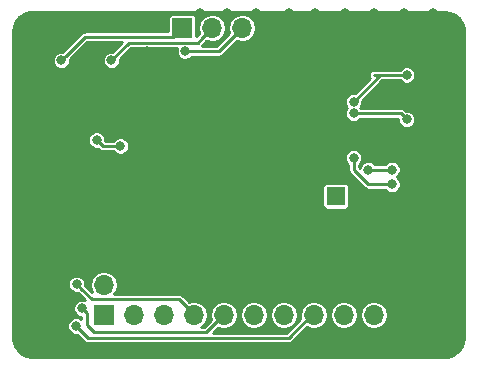
<source format=gbl>
G04 #@! TF.GenerationSoftware,KiCad,Pcbnew,(5.0.0)*
G04 #@! TF.CreationDate,2019-01-18T23:40:16+01:00*
G04 #@! TF.ProjectId,converterboard,636F6E766572746572626F6172642E6B,rev?*
G04 #@! TF.SameCoordinates,Original*
G04 #@! TF.FileFunction,Copper,L2,Bot,Signal*
G04 #@! TF.FilePolarity,Positive*
%FSLAX46Y46*%
G04 Gerber Fmt 4.6, Leading zero omitted, Abs format (unit mm)*
G04 Created by KiCad (PCBNEW (5.0.0)) date 01/18/19 23:40:16*
%MOMM*%
%LPD*%
G01*
G04 APERTURE LIST*
G04 #@! TA.AperFunction,ComponentPad*
%ADD10R,1.700000X1.700000*%
G04 #@! TD*
G04 #@! TA.AperFunction,ComponentPad*
%ADD11O,1.700000X1.700000*%
G04 #@! TD*
G04 #@! TA.AperFunction,ComponentPad*
%ADD12R,1.600000X1.600000*%
G04 #@! TD*
G04 #@! TA.AperFunction,ComponentPad*
%ADD13C,1.600000*%
G04 #@! TD*
G04 #@! TA.AperFunction,ViaPad*
%ADD14C,0.800000*%
G04 #@! TD*
G04 #@! TA.AperFunction,Conductor*
%ADD15C,0.250000*%
G04 #@! TD*
G04 #@! TA.AperFunction,Conductor*
%ADD16C,0.254000*%
G04 #@! TD*
G04 APERTURE END LIST*
D10*
G04 #@! TO.P,J3,1*
G04 #@! TO.N,VCC*
X168750000Y-100750000D03*
D11*
G04 #@! TO.P,J3,2*
G04 #@! TO.N,/UART_TX*
X171290000Y-100750000D03*
G04 #@! TO.P,J3,3*
G04 #@! TO.N,/UART_RX*
X173830000Y-100750000D03*
G04 #@! TO.P,J3,4*
G04 #@! TO.N,GND*
X176370000Y-100750000D03*
G04 #@! TD*
G04 #@! TO.P,J2,20*
G04 #@! TO.N,GND*
X184960000Y-122510000D03*
G04 #@! TO.P,J2,19*
G04 #@! TO.N,Net-(J2-Pad19)*
X184960000Y-125050000D03*
G04 #@! TO.P,J2,18*
G04 #@! TO.N,GND*
X182420000Y-122510000D03*
G04 #@! TO.P,J2,17*
G04 #@! TO.N,Net-(J2-Pad17)*
X182420000Y-125050000D03*
G04 #@! TO.P,J2,16*
G04 #@! TO.N,GND*
X179880000Y-122510000D03*
G04 #@! TO.P,J2,15*
G04 #@! TO.N,/MCU_RESET*
X179880000Y-125050000D03*
G04 #@! TO.P,J2,14*
G04 #@! TO.N,GND*
X177340000Y-122510000D03*
G04 #@! TO.P,J2,13*
G04 #@! TO.N,Net-(J2-Pad13)*
X177340000Y-125050000D03*
G04 #@! TO.P,J2,12*
G04 #@! TO.N,GND*
X174800000Y-122510000D03*
G04 #@! TO.P,J2,11*
G04 #@! TO.N,Net-(J2-Pad11)*
X174800000Y-125050000D03*
G04 #@! TO.P,J2,10*
G04 #@! TO.N,GND*
X172260000Y-122510000D03*
G04 #@! TO.P,J2,9*
G04 #@! TO.N,/SWCLK*
X172260000Y-125050000D03*
G04 #@! TO.P,J2,8*
G04 #@! TO.N,GND*
X169720000Y-122510000D03*
G04 #@! TO.P,J2,7*
G04 #@! TO.N,/SWDIO*
X169720000Y-125050000D03*
G04 #@! TO.P,J2,6*
G04 #@! TO.N,GND*
X167180000Y-122510000D03*
G04 #@! TO.P,J2,5*
G04 #@! TO.N,Net-(J2-Pad5)*
X167180000Y-125050000D03*
G04 #@! TO.P,J2,4*
G04 #@! TO.N,GND*
X164640000Y-122510000D03*
G04 #@! TO.P,J2,3*
G04 #@! TO.N,Net-(J2-Pad3)*
X164640000Y-125050000D03*
G04 #@! TO.P,J2,2*
G04 #@! TO.N,Net-(J2-Pad2)*
X162100000Y-122510000D03*
D10*
G04 #@! TO.P,J2,1*
G04 #@! TO.N,VCC*
X162100000Y-125050000D03*
G04 #@! TD*
D12*
G04 #@! TO.P,C2,1*
G04 #@! TO.N,+3V3*
X181750000Y-115000000D03*
D13*
G04 #@! TO.P,C2,2*
G04 #@! TO.N,GND*
X181750000Y-117000000D03*
G04 #@! TD*
D14*
G04 #@! TO.N,GND*
X192250000Y-111250000D03*
X192250000Y-116250000D03*
X167750000Y-108750000D03*
X158750000Y-111750000D03*
X158250000Y-117500000D03*
X177750000Y-117750000D03*
X186250000Y-118000000D03*
X183000000Y-101000000D03*
X160750000Y-109250000D03*
X158000000Y-113750000D03*
X169000000Y-117250000D03*
X167500000Y-118250000D03*
X172750000Y-108250000D03*
X164350542Y-108424777D03*
X191750000Y-127750000D03*
X189000000Y-128000000D03*
X186000000Y-128000000D03*
X183000000Y-128000000D03*
X180000000Y-128000000D03*
X177000000Y-128000000D03*
X174000000Y-128000000D03*
X171000000Y-128000000D03*
X168000000Y-128000000D03*
X165000000Y-128000000D03*
X162000000Y-128000000D03*
X159000000Y-128000000D03*
X156000000Y-128000000D03*
X155000000Y-126000000D03*
X155000000Y-123000000D03*
X154750000Y-120250000D03*
X154750000Y-117250000D03*
X154750000Y-114500000D03*
X154750000Y-112250000D03*
X154750000Y-110000000D03*
X154750000Y-107500000D03*
X154750000Y-105000000D03*
X154750000Y-102500000D03*
X155250000Y-100000000D03*
X159000000Y-99750000D03*
X161500000Y-99750000D03*
X164000000Y-99750000D03*
X166500000Y-99750000D03*
X191750000Y-100000000D03*
X190000000Y-99500000D03*
X187500000Y-99500000D03*
X185000000Y-99500000D03*
X182500000Y-99500000D03*
X180000000Y-99500000D03*
X177750000Y-99500000D03*
X175000000Y-99500000D03*
X172500000Y-99500000D03*
X170250000Y-99500000D03*
X192000000Y-125500000D03*
X192000000Y-123000000D03*
X192000000Y-120500000D03*
X191250000Y-118500000D03*
X192250000Y-113750000D03*
X192250000Y-108750000D03*
X192250000Y-103750000D03*
X188750000Y-120750000D03*
X188750000Y-123000000D03*
X188750000Y-125500000D03*
X186000000Y-120250000D03*
X182750000Y-120250000D03*
X179750000Y-120250000D03*
X176750000Y-120250000D03*
X174250000Y-120250000D03*
X170750000Y-120250000D03*
X167750000Y-120250000D03*
X164500000Y-120250000D03*
X161500000Y-120250000D03*
X159500000Y-119000000D03*
X162750000Y-118750000D03*
X163500000Y-116500000D03*
X165250000Y-115000000D03*
X163500000Y-113750000D03*
X165000000Y-112750000D03*
X172000000Y-117250000D03*
X174750000Y-117250000D03*
X174500000Y-114750000D03*
X171500000Y-114750000D03*
X169250000Y-114500000D03*
X172750000Y-104000000D03*
X176250000Y-104500000D03*
X176000000Y-108250000D03*
X175750000Y-112750000D03*
X172750000Y-112750000D03*
X174000000Y-110500000D03*
X174000000Y-106250000D03*
X176000000Y-110500000D03*
X179500000Y-102250000D03*
X182000000Y-102500000D03*
X183750000Y-104000000D03*
X182250000Y-106250000D03*
X180250000Y-106250000D03*
X180000000Y-104000000D03*
X181750000Y-104250000D03*
X181000000Y-101000000D03*
X178500000Y-101000000D03*
X169250000Y-103750000D03*
X167500000Y-105500000D03*
X165750000Y-104500000D03*
X165750000Y-102750000D03*
X180750000Y-109500000D03*
X180250000Y-111250000D03*
X183500000Y-109750000D03*
X187000000Y-109500000D03*
X187250000Y-111500000D03*
X190000000Y-104500000D03*
X161750000Y-102250000D03*
X157250000Y-108250000D03*
X157250000Y-112000000D03*
X157750000Y-124000000D03*
X157500000Y-126000000D03*
X159750000Y-115250000D03*
G04 #@! TO.N,VCC*
X158500000Y-103500000D03*
G04 #@! TO.N,/UART_RX*
X161500000Y-110250000D03*
X163500000Y-110750000D03*
X169000000Y-102750000D03*
G04 #@! TO.N,/UART_TX*
X162750000Y-103500000D03*
G04 #@! TO.N,/D+*
X186500000Y-112750000D03*
X184500000Y-112750000D03*
G04 #@! TO.N,/D-*
X186500000Y-114000000D03*
X183249984Y-111750000D03*
G04 #@! TO.N,Net-(D2-Pad1)*
X187750000Y-108500000D03*
X183250012Y-108000000D03*
G04 #@! TO.N,Net-(D1-Pad1)*
X183250000Y-107000000D03*
X187750000Y-104750016D03*
G04 #@! TO.N,/SWDIO*
X159795497Y-122454497D03*
G04 #@! TO.N,/SWCLK*
X160250000Y-124500004D03*
G04 #@! TO.N,/MCU_RESET*
X159750000Y-126000000D03*
G04 #@! TD*
D15*
G04 #@! TO.N,VCC*
X158899999Y-103100001D02*
X158500000Y-103500000D01*
X160500000Y-101500000D02*
X158899999Y-103100001D01*
X168750000Y-100750000D02*
X168000000Y-101500000D01*
X168000000Y-101500000D02*
X160500000Y-101500000D01*
G04 #@! TO.N,/UART_RX*
X162000000Y-110750000D02*
X162934315Y-110750000D01*
X161500000Y-110250000D02*
X162000000Y-110750000D01*
X162934315Y-110750000D02*
X163500000Y-110750000D01*
X171830000Y-102750000D02*
X169565685Y-102750000D01*
X169565685Y-102750000D02*
X169000000Y-102750000D01*
X173830000Y-100750000D02*
X171830000Y-102750000D01*
G04 #@! TO.N,/UART_TX*
X170440001Y-101599999D02*
X171290000Y-100750000D01*
X162750000Y-103500000D02*
X164250000Y-102000000D01*
X164250000Y-102000000D02*
X170040000Y-102000000D01*
X170040000Y-102000000D02*
X170440001Y-101599999D01*
G04 #@! TO.N,/D+*
X186500000Y-112750000D02*
X184500000Y-112750000D01*
G04 #@! TO.N,/D-*
X183249984Y-112315685D02*
X183249984Y-111750000D01*
X183249984Y-112749984D02*
X183249984Y-112315685D01*
X186500000Y-114000000D02*
X184500000Y-114000000D01*
X184500000Y-114000000D02*
X183249984Y-112749984D01*
G04 #@! TO.N,Net-(D2-Pad1)*
X187250000Y-108000000D02*
X183815697Y-108000000D01*
X183815697Y-108000000D02*
X183250012Y-108000000D01*
X187750000Y-108500000D02*
X187250000Y-108000000D01*
G04 #@! TO.N,Net-(D1-Pad1)*
X183250000Y-107000000D02*
X185499984Y-104750016D01*
X187184315Y-104750016D02*
X187750000Y-104750016D01*
X184999984Y-104750016D02*
X187184315Y-104750016D01*
G04 #@! TO.N,/SWDIO*
X169750000Y-125000000D02*
X168500000Y-123750000D01*
X161091000Y-123750000D02*
X160195496Y-122854496D01*
X168500000Y-123750000D02*
X161091000Y-123750000D01*
X160195496Y-122854496D02*
X159795497Y-122454497D01*
G04 #@! TO.N,/SWCLK*
X160649999Y-125885001D02*
X160649999Y-124900003D01*
X160649999Y-124900003D02*
X160250000Y-124500004D01*
X172250000Y-125000000D02*
X170750000Y-126500000D01*
X161264998Y-126500000D02*
X160649999Y-125885001D01*
X170750000Y-126500000D02*
X161264998Y-126500000D01*
G04 #@! TO.N,/MCU_RESET*
X160149999Y-126399999D02*
X159750000Y-126000000D01*
X160750000Y-127000000D02*
X160149999Y-126399999D01*
X177750000Y-127000000D02*
X160750000Y-127000000D01*
X179750000Y-125000000D02*
X177750000Y-127000000D01*
G04 #@! TD*
D16*
G04 #@! TO.N,GND*
G36*
X191447354Y-99470167D02*
X191858746Y-99657217D01*
X192201105Y-99952212D01*
X192446906Y-100331437D01*
X192580373Y-100777721D01*
X192598001Y-101014935D01*
X192598000Y-126971361D01*
X192529833Y-127447354D01*
X192342784Y-127858745D01*
X192047788Y-128201105D01*
X191668564Y-128446906D01*
X191222279Y-128580373D01*
X190985079Y-128598000D01*
X156028639Y-128598000D01*
X155552646Y-128529833D01*
X155141255Y-128342784D01*
X154798895Y-128047788D01*
X154553094Y-127668564D01*
X154419627Y-127222279D01*
X154402000Y-126985079D01*
X154402000Y-125855391D01*
X159023000Y-125855391D01*
X159023000Y-126144609D01*
X159133679Y-126411813D01*
X159338187Y-126616321D01*
X159605391Y-126727000D01*
X159837775Y-126727000D01*
X159861865Y-126751090D01*
X159861868Y-126751092D01*
X160398907Y-127288131D01*
X160424126Y-127325874D01*
X160573638Y-127425775D01*
X160650000Y-127440964D01*
X160750000Y-127460855D01*
X160794518Y-127452000D01*
X177705482Y-127452000D01*
X177750000Y-127460855D01*
X177794518Y-127452000D01*
X177926362Y-127425775D01*
X178075874Y-127325874D01*
X178101093Y-127288131D01*
X179306716Y-126082509D01*
X179420758Y-126158709D01*
X179764080Y-126227000D01*
X179995920Y-126227000D01*
X180339242Y-126158709D01*
X180728569Y-125898569D01*
X180988709Y-125509242D01*
X181080058Y-125050000D01*
X181219942Y-125050000D01*
X181311291Y-125509242D01*
X181571431Y-125898569D01*
X181960758Y-126158709D01*
X182304080Y-126227000D01*
X182535920Y-126227000D01*
X182879242Y-126158709D01*
X183268569Y-125898569D01*
X183528709Y-125509242D01*
X183620058Y-125050000D01*
X183759942Y-125050000D01*
X183851291Y-125509242D01*
X184111431Y-125898569D01*
X184500758Y-126158709D01*
X184844080Y-126227000D01*
X185075920Y-126227000D01*
X185419242Y-126158709D01*
X185808569Y-125898569D01*
X186068709Y-125509242D01*
X186160058Y-125050000D01*
X186068709Y-124590758D01*
X185808569Y-124201431D01*
X185419242Y-123941291D01*
X185075920Y-123873000D01*
X184844080Y-123873000D01*
X184500758Y-123941291D01*
X184111431Y-124201431D01*
X183851291Y-124590758D01*
X183759942Y-125050000D01*
X183620058Y-125050000D01*
X183528709Y-124590758D01*
X183268569Y-124201431D01*
X182879242Y-123941291D01*
X182535920Y-123873000D01*
X182304080Y-123873000D01*
X181960758Y-123941291D01*
X181571431Y-124201431D01*
X181311291Y-124590758D01*
X181219942Y-125050000D01*
X181080058Y-125050000D01*
X180988709Y-124590758D01*
X180728569Y-124201431D01*
X180339242Y-123941291D01*
X179995920Y-123873000D01*
X179764080Y-123873000D01*
X179420758Y-123941291D01*
X179031431Y-124201431D01*
X178771291Y-124590758D01*
X178679942Y-125050000D01*
X178743126Y-125367649D01*
X177562776Y-126548000D01*
X171341224Y-126548000D01*
X171758651Y-126130574D01*
X171800758Y-126158709D01*
X172144080Y-126227000D01*
X172375920Y-126227000D01*
X172719242Y-126158709D01*
X173108569Y-125898569D01*
X173368709Y-125509242D01*
X173460058Y-125050000D01*
X173599942Y-125050000D01*
X173691291Y-125509242D01*
X173951431Y-125898569D01*
X174340758Y-126158709D01*
X174684080Y-126227000D01*
X174915920Y-126227000D01*
X175259242Y-126158709D01*
X175648569Y-125898569D01*
X175908709Y-125509242D01*
X176000058Y-125050000D01*
X176139942Y-125050000D01*
X176231291Y-125509242D01*
X176491431Y-125898569D01*
X176880758Y-126158709D01*
X177224080Y-126227000D01*
X177455920Y-126227000D01*
X177799242Y-126158709D01*
X178188569Y-125898569D01*
X178448709Y-125509242D01*
X178540058Y-125050000D01*
X178448709Y-124590758D01*
X178188569Y-124201431D01*
X177799242Y-123941291D01*
X177455920Y-123873000D01*
X177224080Y-123873000D01*
X176880758Y-123941291D01*
X176491431Y-124201431D01*
X176231291Y-124590758D01*
X176139942Y-125050000D01*
X176000058Y-125050000D01*
X175908709Y-124590758D01*
X175648569Y-124201431D01*
X175259242Y-123941291D01*
X174915920Y-123873000D01*
X174684080Y-123873000D01*
X174340758Y-123941291D01*
X173951431Y-124201431D01*
X173691291Y-124590758D01*
X173599942Y-125050000D01*
X173460058Y-125050000D01*
X173368709Y-124590758D01*
X173108569Y-124201431D01*
X172719242Y-123941291D01*
X172375920Y-123873000D01*
X172144080Y-123873000D01*
X171800758Y-123941291D01*
X171411431Y-124201431D01*
X171151291Y-124590758D01*
X171059942Y-125050000D01*
X171143036Y-125467740D01*
X170562776Y-126048000D01*
X170344930Y-126048000D01*
X170568569Y-125898569D01*
X170828709Y-125509242D01*
X170920058Y-125050000D01*
X170828709Y-124590758D01*
X170568569Y-124201431D01*
X170179242Y-123941291D01*
X169835920Y-123873000D01*
X169604080Y-123873000D01*
X169318942Y-123929718D01*
X168851093Y-123461869D01*
X168825874Y-123424126D01*
X168676362Y-123324225D01*
X168544518Y-123298000D01*
X168500000Y-123289145D01*
X168455482Y-123298000D01*
X162989040Y-123298000D01*
X163208709Y-122969242D01*
X163300058Y-122510000D01*
X163208709Y-122050758D01*
X162948569Y-121661431D01*
X162559242Y-121401291D01*
X162215920Y-121333000D01*
X161984080Y-121333000D01*
X161640758Y-121401291D01*
X161251431Y-121661431D01*
X160991291Y-122050758D01*
X160899942Y-122510000D01*
X160991291Y-122969242D01*
X161075512Y-123095287D01*
X160546589Y-122566365D01*
X160546587Y-122566362D01*
X160522497Y-122542272D01*
X160522497Y-122309888D01*
X160411818Y-122042684D01*
X160207310Y-121838176D01*
X159940106Y-121727497D01*
X159650888Y-121727497D01*
X159383684Y-121838176D01*
X159179176Y-122042684D01*
X159068497Y-122309888D01*
X159068497Y-122599106D01*
X159179176Y-122866310D01*
X159383684Y-123070818D01*
X159650888Y-123181497D01*
X159883272Y-123181497D01*
X159907362Y-123205587D01*
X159907365Y-123205589D01*
X160531468Y-123829692D01*
X160394609Y-123773004D01*
X160105391Y-123773004D01*
X159838187Y-123883683D01*
X159633679Y-124088191D01*
X159523000Y-124355395D01*
X159523000Y-124644613D01*
X159633679Y-124911817D01*
X159838187Y-125116325D01*
X160105391Y-125227004D01*
X160198000Y-125227004D01*
X160197999Y-125419865D01*
X160161813Y-125383679D01*
X159894609Y-125273000D01*
X159605391Y-125273000D01*
X159338187Y-125383679D01*
X159133679Y-125588187D01*
X159023000Y-125855391D01*
X154402000Y-125855391D01*
X154402000Y-114200000D01*
X180616594Y-114200000D01*
X180616594Y-115800000D01*
X180641973Y-115927589D01*
X180714246Y-116035754D01*
X180822411Y-116108027D01*
X180950000Y-116133406D01*
X182550000Y-116133406D01*
X182677589Y-116108027D01*
X182785754Y-116035754D01*
X182858027Y-115927589D01*
X182883406Y-115800000D01*
X182883406Y-114200000D01*
X182858027Y-114072411D01*
X182785754Y-113964246D01*
X182677589Y-113891973D01*
X182550000Y-113866594D01*
X180950000Y-113866594D01*
X180822411Y-113891973D01*
X180714246Y-113964246D01*
X180641973Y-114072411D01*
X180616594Y-114200000D01*
X154402000Y-114200000D01*
X154402000Y-111605391D01*
X182522984Y-111605391D01*
X182522984Y-111894609D01*
X182633663Y-112161813D01*
X182797984Y-112326134D01*
X182797984Y-112360202D01*
X182797985Y-112360206D01*
X182797984Y-112705466D01*
X182789129Y-112749984D01*
X182797984Y-112794501D01*
X182824209Y-112926345D01*
X182924110Y-113075858D01*
X182961853Y-113101077D01*
X184148907Y-114288131D01*
X184174126Y-114325874D01*
X184323638Y-114425775D01*
X184500000Y-114460855D01*
X184544518Y-114452000D01*
X185923866Y-114452000D01*
X186088187Y-114616321D01*
X186355391Y-114727000D01*
X186644609Y-114727000D01*
X186911813Y-114616321D01*
X187116321Y-114411813D01*
X187227000Y-114144609D01*
X187227000Y-113855391D01*
X187116321Y-113588187D01*
X186911813Y-113383679D01*
X186890860Y-113375000D01*
X186911813Y-113366321D01*
X187116321Y-113161813D01*
X187227000Y-112894609D01*
X187227000Y-112605391D01*
X187116321Y-112338187D01*
X186911813Y-112133679D01*
X186644609Y-112023000D01*
X186355391Y-112023000D01*
X186088187Y-112133679D01*
X185923866Y-112298000D01*
X185076134Y-112298000D01*
X184911813Y-112133679D01*
X184644609Y-112023000D01*
X184355391Y-112023000D01*
X184088187Y-112133679D01*
X183883679Y-112338187D01*
X183773000Y-112605391D01*
X183773000Y-112633776D01*
X183701984Y-112562760D01*
X183701984Y-112326134D01*
X183866305Y-112161813D01*
X183976984Y-111894609D01*
X183976984Y-111605391D01*
X183866305Y-111338187D01*
X183661797Y-111133679D01*
X183394593Y-111023000D01*
X183105375Y-111023000D01*
X182838171Y-111133679D01*
X182633663Y-111338187D01*
X182522984Y-111605391D01*
X154402000Y-111605391D01*
X154402000Y-110105391D01*
X160773000Y-110105391D01*
X160773000Y-110394609D01*
X160883679Y-110661813D01*
X161088187Y-110866321D01*
X161355391Y-110977000D01*
X161587775Y-110977000D01*
X161648908Y-111038133D01*
X161674126Y-111075874D01*
X161711866Y-111101091D01*
X161823638Y-111175775D01*
X162000000Y-111210855D01*
X162044518Y-111202000D01*
X162923866Y-111202000D01*
X163088187Y-111366321D01*
X163355391Y-111477000D01*
X163644609Y-111477000D01*
X163911813Y-111366321D01*
X164116321Y-111161813D01*
X164227000Y-110894609D01*
X164227000Y-110605391D01*
X164116321Y-110338187D01*
X163911813Y-110133679D01*
X163644609Y-110023000D01*
X163355391Y-110023000D01*
X163088187Y-110133679D01*
X162923866Y-110298000D01*
X162227000Y-110298000D01*
X162227000Y-110105391D01*
X162116321Y-109838187D01*
X161911813Y-109633679D01*
X161644609Y-109523000D01*
X161355391Y-109523000D01*
X161088187Y-109633679D01*
X160883679Y-109838187D01*
X160773000Y-110105391D01*
X154402000Y-110105391D01*
X154402000Y-106855391D01*
X182523000Y-106855391D01*
X182523000Y-107144609D01*
X182633679Y-107411813D01*
X182721872Y-107500006D01*
X182633691Y-107588187D01*
X182523012Y-107855391D01*
X182523012Y-108144609D01*
X182633691Y-108411813D01*
X182838199Y-108616321D01*
X183105403Y-108727000D01*
X183394621Y-108727000D01*
X183661825Y-108616321D01*
X183826146Y-108452000D01*
X187023000Y-108452000D01*
X187023000Y-108644609D01*
X187133679Y-108911813D01*
X187338187Y-109116321D01*
X187605391Y-109227000D01*
X187894609Y-109227000D01*
X188161813Y-109116321D01*
X188366321Y-108911813D01*
X188477000Y-108644609D01*
X188477000Y-108355391D01*
X188366321Y-108088187D01*
X188161813Y-107883679D01*
X187894609Y-107773000D01*
X187662224Y-107773000D01*
X187601093Y-107711869D01*
X187575874Y-107674126D01*
X187426362Y-107574225D01*
X187294518Y-107548000D01*
X187250000Y-107539145D01*
X187205482Y-107548000D01*
X183826146Y-107548000D01*
X183778140Y-107499994D01*
X183866321Y-107411813D01*
X183977000Y-107144609D01*
X183977000Y-106912224D01*
X185687209Y-105202016D01*
X187173866Y-105202016D01*
X187338187Y-105366337D01*
X187605391Y-105477016D01*
X187894609Y-105477016D01*
X188161813Y-105366337D01*
X188366321Y-105161829D01*
X188477000Y-104894625D01*
X188477000Y-104605407D01*
X188366321Y-104338203D01*
X188161813Y-104133695D01*
X187894609Y-104023016D01*
X187605391Y-104023016D01*
X187338187Y-104133695D01*
X187173866Y-104298016D01*
X185544502Y-104298016D01*
X185499984Y-104289161D01*
X185455466Y-104298016D01*
X184955466Y-104298016D01*
X184823622Y-104324241D01*
X184674110Y-104424142D01*
X184574209Y-104573654D01*
X184539129Y-104750016D01*
X184574209Y-104926378D01*
X184618344Y-104992431D01*
X183337776Y-106273000D01*
X183105391Y-106273000D01*
X182838187Y-106383679D01*
X182633679Y-106588187D01*
X182523000Y-106855391D01*
X154402000Y-106855391D01*
X154402000Y-103355391D01*
X157773000Y-103355391D01*
X157773000Y-103644609D01*
X157883679Y-103911813D01*
X158088187Y-104116321D01*
X158355391Y-104227000D01*
X158644609Y-104227000D01*
X158911813Y-104116321D01*
X159116321Y-103911813D01*
X159227000Y-103644609D01*
X159227000Y-103412225D01*
X159251090Y-103388135D01*
X159251092Y-103388132D01*
X160687225Y-101952000D01*
X163658775Y-101952000D01*
X162837776Y-102773000D01*
X162605391Y-102773000D01*
X162338187Y-102883679D01*
X162133679Y-103088187D01*
X162023000Y-103355391D01*
X162023000Y-103644609D01*
X162133679Y-103911813D01*
X162338187Y-104116321D01*
X162605391Y-104227000D01*
X162894609Y-104227000D01*
X163161813Y-104116321D01*
X163366321Y-103911813D01*
X163477000Y-103644609D01*
X163477000Y-103412224D01*
X164437225Y-102452000D01*
X168336536Y-102452000D01*
X168273000Y-102605391D01*
X168273000Y-102894609D01*
X168383679Y-103161813D01*
X168588187Y-103366321D01*
X168855391Y-103477000D01*
X169144609Y-103477000D01*
X169411813Y-103366321D01*
X169576134Y-103202000D01*
X171785482Y-103202000D01*
X171830000Y-103210855D01*
X171874518Y-103202000D01*
X172006362Y-103175775D01*
X172155874Y-103075874D01*
X172181093Y-103038131D01*
X173364618Y-101854606D01*
X173370758Y-101858709D01*
X173714080Y-101927000D01*
X173945920Y-101927000D01*
X174289242Y-101858709D01*
X174678569Y-101598569D01*
X174938709Y-101209242D01*
X175030058Y-100750000D01*
X174938709Y-100290758D01*
X174678569Y-99901431D01*
X174289242Y-99641291D01*
X173945920Y-99573000D01*
X173714080Y-99573000D01*
X173370758Y-99641291D01*
X172981431Y-99901431D01*
X172721291Y-100290758D01*
X172629942Y-100750000D01*
X172721291Y-101209242D01*
X172725394Y-101215382D01*
X171642776Y-102298000D01*
X170384499Y-102298000D01*
X170391093Y-102288131D01*
X170791092Y-101888133D01*
X170791094Y-101888130D01*
X170824618Y-101854606D01*
X170830758Y-101858709D01*
X171174080Y-101927000D01*
X171405920Y-101927000D01*
X171749242Y-101858709D01*
X172138569Y-101598569D01*
X172398709Y-101209242D01*
X172490058Y-100750000D01*
X172398709Y-100290758D01*
X172138569Y-99901431D01*
X171749242Y-99641291D01*
X171405920Y-99573000D01*
X171174080Y-99573000D01*
X170830758Y-99641291D01*
X170441431Y-99901431D01*
X170181291Y-100290758D01*
X170089942Y-100750000D01*
X170181291Y-101209242D01*
X170185394Y-101215382D01*
X170151870Y-101248906D01*
X170151867Y-101248908D01*
X169933406Y-101467369D01*
X169933406Y-99900000D01*
X169908027Y-99772411D01*
X169835754Y-99664246D01*
X169727589Y-99591973D01*
X169600000Y-99566594D01*
X167900000Y-99566594D01*
X167772411Y-99591973D01*
X167664246Y-99664246D01*
X167591973Y-99772411D01*
X167566594Y-99900000D01*
X167566594Y-101048000D01*
X160544517Y-101048000D01*
X160499999Y-101039145D01*
X160385872Y-101061846D01*
X160323638Y-101074225D01*
X160174126Y-101174126D01*
X160148909Y-101211867D01*
X158611868Y-102748908D01*
X158611865Y-102748910D01*
X158587775Y-102773000D01*
X158355391Y-102773000D01*
X158088187Y-102883679D01*
X157883679Y-103088187D01*
X157773000Y-103355391D01*
X154402000Y-103355391D01*
X154402000Y-101028639D01*
X154470167Y-100552646D01*
X154657217Y-100141254D01*
X154952212Y-99798895D01*
X155331437Y-99553094D01*
X155777721Y-99419627D01*
X156014921Y-99402000D01*
X190971361Y-99402000D01*
X191447354Y-99470167D01*
X191447354Y-99470167D01*
G37*
X191447354Y-99470167D02*
X191858746Y-99657217D01*
X192201105Y-99952212D01*
X192446906Y-100331437D01*
X192580373Y-100777721D01*
X192598001Y-101014935D01*
X192598000Y-126971361D01*
X192529833Y-127447354D01*
X192342784Y-127858745D01*
X192047788Y-128201105D01*
X191668564Y-128446906D01*
X191222279Y-128580373D01*
X190985079Y-128598000D01*
X156028639Y-128598000D01*
X155552646Y-128529833D01*
X155141255Y-128342784D01*
X154798895Y-128047788D01*
X154553094Y-127668564D01*
X154419627Y-127222279D01*
X154402000Y-126985079D01*
X154402000Y-125855391D01*
X159023000Y-125855391D01*
X159023000Y-126144609D01*
X159133679Y-126411813D01*
X159338187Y-126616321D01*
X159605391Y-126727000D01*
X159837775Y-126727000D01*
X159861865Y-126751090D01*
X159861868Y-126751092D01*
X160398907Y-127288131D01*
X160424126Y-127325874D01*
X160573638Y-127425775D01*
X160650000Y-127440964D01*
X160750000Y-127460855D01*
X160794518Y-127452000D01*
X177705482Y-127452000D01*
X177750000Y-127460855D01*
X177794518Y-127452000D01*
X177926362Y-127425775D01*
X178075874Y-127325874D01*
X178101093Y-127288131D01*
X179306716Y-126082509D01*
X179420758Y-126158709D01*
X179764080Y-126227000D01*
X179995920Y-126227000D01*
X180339242Y-126158709D01*
X180728569Y-125898569D01*
X180988709Y-125509242D01*
X181080058Y-125050000D01*
X181219942Y-125050000D01*
X181311291Y-125509242D01*
X181571431Y-125898569D01*
X181960758Y-126158709D01*
X182304080Y-126227000D01*
X182535920Y-126227000D01*
X182879242Y-126158709D01*
X183268569Y-125898569D01*
X183528709Y-125509242D01*
X183620058Y-125050000D01*
X183759942Y-125050000D01*
X183851291Y-125509242D01*
X184111431Y-125898569D01*
X184500758Y-126158709D01*
X184844080Y-126227000D01*
X185075920Y-126227000D01*
X185419242Y-126158709D01*
X185808569Y-125898569D01*
X186068709Y-125509242D01*
X186160058Y-125050000D01*
X186068709Y-124590758D01*
X185808569Y-124201431D01*
X185419242Y-123941291D01*
X185075920Y-123873000D01*
X184844080Y-123873000D01*
X184500758Y-123941291D01*
X184111431Y-124201431D01*
X183851291Y-124590758D01*
X183759942Y-125050000D01*
X183620058Y-125050000D01*
X183528709Y-124590758D01*
X183268569Y-124201431D01*
X182879242Y-123941291D01*
X182535920Y-123873000D01*
X182304080Y-123873000D01*
X181960758Y-123941291D01*
X181571431Y-124201431D01*
X181311291Y-124590758D01*
X181219942Y-125050000D01*
X181080058Y-125050000D01*
X180988709Y-124590758D01*
X180728569Y-124201431D01*
X180339242Y-123941291D01*
X179995920Y-123873000D01*
X179764080Y-123873000D01*
X179420758Y-123941291D01*
X179031431Y-124201431D01*
X178771291Y-124590758D01*
X178679942Y-125050000D01*
X178743126Y-125367649D01*
X177562776Y-126548000D01*
X171341224Y-126548000D01*
X171758651Y-126130574D01*
X171800758Y-126158709D01*
X172144080Y-126227000D01*
X172375920Y-126227000D01*
X172719242Y-126158709D01*
X173108569Y-125898569D01*
X173368709Y-125509242D01*
X173460058Y-125050000D01*
X173599942Y-125050000D01*
X173691291Y-125509242D01*
X173951431Y-125898569D01*
X174340758Y-126158709D01*
X174684080Y-126227000D01*
X174915920Y-126227000D01*
X175259242Y-126158709D01*
X175648569Y-125898569D01*
X175908709Y-125509242D01*
X176000058Y-125050000D01*
X176139942Y-125050000D01*
X176231291Y-125509242D01*
X176491431Y-125898569D01*
X176880758Y-126158709D01*
X177224080Y-126227000D01*
X177455920Y-126227000D01*
X177799242Y-126158709D01*
X178188569Y-125898569D01*
X178448709Y-125509242D01*
X178540058Y-125050000D01*
X178448709Y-124590758D01*
X178188569Y-124201431D01*
X177799242Y-123941291D01*
X177455920Y-123873000D01*
X177224080Y-123873000D01*
X176880758Y-123941291D01*
X176491431Y-124201431D01*
X176231291Y-124590758D01*
X176139942Y-125050000D01*
X176000058Y-125050000D01*
X175908709Y-124590758D01*
X175648569Y-124201431D01*
X175259242Y-123941291D01*
X174915920Y-123873000D01*
X174684080Y-123873000D01*
X174340758Y-123941291D01*
X173951431Y-124201431D01*
X173691291Y-124590758D01*
X173599942Y-125050000D01*
X173460058Y-125050000D01*
X173368709Y-124590758D01*
X173108569Y-124201431D01*
X172719242Y-123941291D01*
X172375920Y-123873000D01*
X172144080Y-123873000D01*
X171800758Y-123941291D01*
X171411431Y-124201431D01*
X171151291Y-124590758D01*
X171059942Y-125050000D01*
X171143036Y-125467740D01*
X170562776Y-126048000D01*
X170344930Y-126048000D01*
X170568569Y-125898569D01*
X170828709Y-125509242D01*
X170920058Y-125050000D01*
X170828709Y-124590758D01*
X170568569Y-124201431D01*
X170179242Y-123941291D01*
X169835920Y-123873000D01*
X169604080Y-123873000D01*
X169318942Y-123929718D01*
X168851093Y-123461869D01*
X168825874Y-123424126D01*
X168676362Y-123324225D01*
X168544518Y-123298000D01*
X168500000Y-123289145D01*
X168455482Y-123298000D01*
X162989040Y-123298000D01*
X163208709Y-122969242D01*
X163300058Y-122510000D01*
X163208709Y-122050758D01*
X162948569Y-121661431D01*
X162559242Y-121401291D01*
X162215920Y-121333000D01*
X161984080Y-121333000D01*
X161640758Y-121401291D01*
X161251431Y-121661431D01*
X160991291Y-122050758D01*
X160899942Y-122510000D01*
X160991291Y-122969242D01*
X161075512Y-123095287D01*
X160546589Y-122566365D01*
X160546587Y-122566362D01*
X160522497Y-122542272D01*
X160522497Y-122309888D01*
X160411818Y-122042684D01*
X160207310Y-121838176D01*
X159940106Y-121727497D01*
X159650888Y-121727497D01*
X159383684Y-121838176D01*
X159179176Y-122042684D01*
X159068497Y-122309888D01*
X159068497Y-122599106D01*
X159179176Y-122866310D01*
X159383684Y-123070818D01*
X159650888Y-123181497D01*
X159883272Y-123181497D01*
X159907362Y-123205587D01*
X159907365Y-123205589D01*
X160531468Y-123829692D01*
X160394609Y-123773004D01*
X160105391Y-123773004D01*
X159838187Y-123883683D01*
X159633679Y-124088191D01*
X159523000Y-124355395D01*
X159523000Y-124644613D01*
X159633679Y-124911817D01*
X159838187Y-125116325D01*
X160105391Y-125227004D01*
X160198000Y-125227004D01*
X160197999Y-125419865D01*
X160161813Y-125383679D01*
X159894609Y-125273000D01*
X159605391Y-125273000D01*
X159338187Y-125383679D01*
X159133679Y-125588187D01*
X159023000Y-125855391D01*
X154402000Y-125855391D01*
X154402000Y-114200000D01*
X180616594Y-114200000D01*
X180616594Y-115800000D01*
X180641973Y-115927589D01*
X180714246Y-116035754D01*
X180822411Y-116108027D01*
X180950000Y-116133406D01*
X182550000Y-116133406D01*
X182677589Y-116108027D01*
X182785754Y-116035754D01*
X182858027Y-115927589D01*
X182883406Y-115800000D01*
X182883406Y-114200000D01*
X182858027Y-114072411D01*
X182785754Y-113964246D01*
X182677589Y-113891973D01*
X182550000Y-113866594D01*
X180950000Y-113866594D01*
X180822411Y-113891973D01*
X180714246Y-113964246D01*
X180641973Y-114072411D01*
X180616594Y-114200000D01*
X154402000Y-114200000D01*
X154402000Y-111605391D01*
X182522984Y-111605391D01*
X182522984Y-111894609D01*
X182633663Y-112161813D01*
X182797984Y-112326134D01*
X182797984Y-112360202D01*
X182797985Y-112360206D01*
X182797984Y-112705466D01*
X182789129Y-112749984D01*
X182797984Y-112794501D01*
X182824209Y-112926345D01*
X182924110Y-113075858D01*
X182961853Y-113101077D01*
X184148907Y-114288131D01*
X184174126Y-114325874D01*
X184323638Y-114425775D01*
X184500000Y-114460855D01*
X184544518Y-114452000D01*
X185923866Y-114452000D01*
X186088187Y-114616321D01*
X186355391Y-114727000D01*
X186644609Y-114727000D01*
X186911813Y-114616321D01*
X187116321Y-114411813D01*
X187227000Y-114144609D01*
X187227000Y-113855391D01*
X187116321Y-113588187D01*
X186911813Y-113383679D01*
X186890860Y-113375000D01*
X186911813Y-113366321D01*
X187116321Y-113161813D01*
X187227000Y-112894609D01*
X187227000Y-112605391D01*
X187116321Y-112338187D01*
X186911813Y-112133679D01*
X186644609Y-112023000D01*
X186355391Y-112023000D01*
X186088187Y-112133679D01*
X185923866Y-112298000D01*
X185076134Y-112298000D01*
X184911813Y-112133679D01*
X184644609Y-112023000D01*
X184355391Y-112023000D01*
X184088187Y-112133679D01*
X183883679Y-112338187D01*
X183773000Y-112605391D01*
X183773000Y-112633776D01*
X183701984Y-112562760D01*
X183701984Y-112326134D01*
X183866305Y-112161813D01*
X183976984Y-111894609D01*
X183976984Y-111605391D01*
X183866305Y-111338187D01*
X183661797Y-111133679D01*
X183394593Y-111023000D01*
X183105375Y-111023000D01*
X182838171Y-111133679D01*
X182633663Y-111338187D01*
X182522984Y-111605391D01*
X154402000Y-111605391D01*
X154402000Y-110105391D01*
X160773000Y-110105391D01*
X160773000Y-110394609D01*
X160883679Y-110661813D01*
X161088187Y-110866321D01*
X161355391Y-110977000D01*
X161587775Y-110977000D01*
X161648908Y-111038133D01*
X161674126Y-111075874D01*
X161711866Y-111101091D01*
X161823638Y-111175775D01*
X162000000Y-111210855D01*
X162044518Y-111202000D01*
X162923866Y-111202000D01*
X163088187Y-111366321D01*
X163355391Y-111477000D01*
X163644609Y-111477000D01*
X163911813Y-111366321D01*
X164116321Y-111161813D01*
X164227000Y-110894609D01*
X164227000Y-110605391D01*
X164116321Y-110338187D01*
X163911813Y-110133679D01*
X163644609Y-110023000D01*
X163355391Y-110023000D01*
X163088187Y-110133679D01*
X162923866Y-110298000D01*
X162227000Y-110298000D01*
X162227000Y-110105391D01*
X162116321Y-109838187D01*
X161911813Y-109633679D01*
X161644609Y-109523000D01*
X161355391Y-109523000D01*
X161088187Y-109633679D01*
X160883679Y-109838187D01*
X160773000Y-110105391D01*
X154402000Y-110105391D01*
X154402000Y-106855391D01*
X182523000Y-106855391D01*
X182523000Y-107144609D01*
X182633679Y-107411813D01*
X182721872Y-107500006D01*
X182633691Y-107588187D01*
X182523012Y-107855391D01*
X182523012Y-108144609D01*
X182633691Y-108411813D01*
X182838199Y-108616321D01*
X183105403Y-108727000D01*
X183394621Y-108727000D01*
X183661825Y-108616321D01*
X183826146Y-108452000D01*
X187023000Y-108452000D01*
X187023000Y-108644609D01*
X187133679Y-108911813D01*
X187338187Y-109116321D01*
X187605391Y-109227000D01*
X187894609Y-109227000D01*
X188161813Y-109116321D01*
X188366321Y-108911813D01*
X188477000Y-108644609D01*
X188477000Y-108355391D01*
X188366321Y-108088187D01*
X188161813Y-107883679D01*
X187894609Y-107773000D01*
X187662224Y-107773000D01*
X187601093Y-107711869D01*
X187575874Y-107674126D01*
X187426362Y-107574225D01*
X187294518Y-107548000D01*
X187250000Y-107539145D01*
X187205482Y-107548000D01*
X183826146Y-107548000D01*
X183778140Y-107499994D01*
X183866321Y-107411813D01*
X183977000Y-107144609D01*
X183977000Y-106912224D01*
X185687209Y-105202016D01*
X187173866Y-105202016D01*
X187338187Y-105366337D01*
X187605391Y-105477016D01*
X187894609Y-105477016D01*
X188161813Y-105366337D01*
X188366321Y-105161829D01*
X188477000Y-104894625D01*
X188477000Y-104605407D01*
X188366321Y-104338203D01*
X188161813Y-104133695D01*
X187894609Y-104023016D01*
X187605391Y-104023016D01*
X187338187Y-104133695D01*
X187173866Y-104298016D01*
X185544502Y-104298016D01*
X185499984Y-104289161D01*
X185455466Y-104298016D01*
X184955466Y-104298016D01*
X184823622Y-104324241D01*
X184674110Y-104424142D01*
X184574209Y-104573654D01*
X184539129Y-104750016D01*
X184574209Y-104926378D01*
X184618344Y-104992431D01*
X183337776Y-106273000D01*
X183105391Y-106273000D01*
X182838187Y-106383679D01*
X182633679Y-106588187D01*
X182523000Y-106855391D01*
X154402000Y-106855391D01*
X154402000Y-103355391D01*
X157773000Y-103355391D01*
X157773000Y-103644609D01*
X157883679Y-103911813D01*
X158088187Y-104116321D01*
X158355391Y-104227000D01*
X158644609Y-104227000D01*
X158911813Y-104116321D01*
X159116321Y-103911813D01*
X159227000Y-103644609D01*
X159227000Y-103412225D01*
X159251090Y-103388135D01*
X159251092Y-103388132D01*
X160687225Y-101952000D01*
X163658775Y-101952000D01*
X162837776Y-102773000D01*
X162605391Y-102773000D01*
X162338187Y-102883679D01*
X162133679Y-103088187D01*
X162023000Y-103355391D01*
X162023000Y-103644609D01*
X162133679Y-103911813D01*
X162338187Y-104116321D01*
X162605391Y-104227000D01*
X162894609Y-104227000D01*
X163161813Y-104116321D01*
X163366321Y-103911813D01*
X163477000Y-103644609D01*
X163477000Y-103412224D01*
X164437225Y-102452000D01*
X168336536Y-102452000D01*
X168273000Y-102605391D01*
X168273000Y-102894609D01*
X168383679Y-103161813D01*
X168588187Y-103366321D01*
X168855391Y-103477000D01*
X169144609Y-103477000D01*
X169411813Y-103366321D01*
X169576134Y-103202000D01*
X171785482Y-103202000D01*
X171830000Y-103210855D01*
X171874518Y-103202000D01*
X172006362Y-103175775D01*
X172155874Y-103075874D01*
X172181093Y-103038131D01*
X173364618Y-101854606D01*
X173370758Y-101858709D01*
X173714080Y-101927000D01*
X173945920Y-101927000D01*
X174289242Y-101858709D01*
X174678569Y-101598569D01*
X174938709Y-101209242D01*
X175030058Y-100750000D01*
X174938709Y-100290758D01*
X174678569Y-99901431D01*
X174289242Y-99641291D01*
X173945920Y-99573000D01*
X173714080Y-99573000D01*
X173370758Y-99641291D01*
X172981431Y-99901431D01*
X172721291Y-100290758D01*
X172629942Y-100750000D01*
X172721291Y-101209242D01*
X172725394Y-101215382D01*
X171642776Y-102298000D01*
X170384499Y-102298000D01*
X170391093Y-102288131D01*
X170791092Y-101888133D01*
X170791094Y-101888130D01*
X170824618Y-101854606D01*
X170830758Y-101858709D01*
X171174080Y-101927000D01*
X171405920Y-101927000D01*
X171749242Y-101858709D01*
X172138569Y-101598569D01*
X172398709Y-101209242D01*
X172490058Y-100750000D01*
X172398709Y-100290758D01*
X172138569Y-99901431D01*
X171749242Y-99641291D01*
X171405920Y-99573000D01*
X171174080Y-99573000D01*
X170830758Y-99641291D01*
X170441431Y-99901431D01*
X170181291Y-100290758D01*
X170089942Y-100750000D01*
X170181291Y-101209242D01*
X170185394Y-101215382D01*
X170151870Y-101248906D01*
X170151867Y-101248908D01*
X169933406Y-101467369D01*
X169933406Y-99900000D01*
X169908027Y-99772411D01*
X169835754Y-99664246D01*
X169727589Y-99591973D01*
X169600000Y-99566594D01*
X167900000Y-99566594D01*
X167772411Y-99591973D01*
X167664246Y-99664246D01*
X167591973Y-99772411D01*
X167566594Y-99900000D01*
X167566594Y-101048000D01*
X160544517Y-101048000D01*
X160499999Y-101039145D01*
X160385872Y-101061846D01*
X160323638Y-101074225D01*
X160174126Y-101174126D01*
X160148909Y-101211867D01*
X158611868Y-102748908D01*
X158611865Y-102748910D01*
X158587775Y-102773000D01*
X158355391Y-102773000D01*
X158088187Y-102883679D01*
X157883679Y-103088187D01*
X157773000Y-103355391D01*
X154402000Y-103355391D01*
X154402000Y-101028639D01*
X154470167Y-100552646D01*
X154657217Y-100141254D01*
X154952212Y-99798895D01*
X155331437Y-99553094D01*
X155777721Y-99419627D01*
X156014921Y-99402000D01*
X190971361Y-99402000D01*
X191447354Y-99470167D01*
G04 #@! TD*
M02*

</source>
